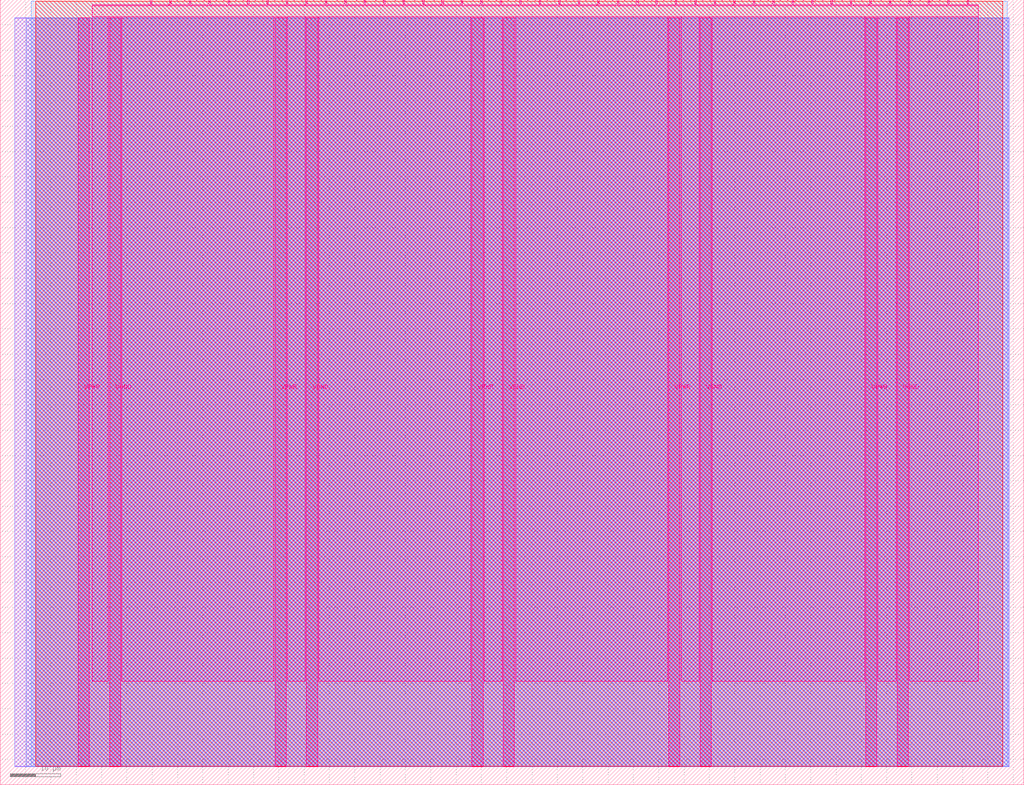
<source format=lef>
VERSION 5.7 ;
  NOWIREEXTENSIONATPIN ON ;
  DIVIDERCHAR "/" ;
  BUSBITCHARS "[]" ;
MACRO tt_um_patater_demokit
  CLASS BLOCK ;
  FOREIGN tt_um_patater_demokit ;
  ORIGIN 0.000 0.000 ;
  SIZE 202.080 BY 154.980 ;
  PIN VGND
    DIRECTION INOUT ;
    USE GROUND ;
    PORT
      LAYER Metal5 ;
        RECT 21.580 3.560 23.780 151.420 ;
    END
    PORT
      LAYER Metal5 ;
        RECT 60.450 3.560 62.650 151.420 ;
    END
    PORT
      LAYER Metal5 ;
        RECT 99.320 3.560 101.520 151.420 ;
    END
    PORT
      LAYER Metal5 ;
        RECT 138.190 3.560 140.390 151.420 ;
    END
    PORT
      LAYER Metal5 ;
        RECT 177.060 3.560 179.260 151.420 ;
    END
  END VGND
  PIN VPWR
    DIRECTION INOUT ;
    USE POWER ;
    PORT
      LAYER Metal5 ;
        RECT 15.380 3.560 17.580 151.420 ;
    END
    PORT
      LAYER Metal5 ;
        RECT 54.250 3.560 56.450 151.420 ;
    END
    PORT
      LAYER Metal5 ;
        RECT 93.120 3.560 95.320 151.420 ;
    END
    PORT
      LAYER Metal5 ;
        RECT 131.990 3.560 134.190 151.420 ;
    END
    PORT
      LAYER Metal5 ;
        RECT 170.860 3.560 173.060 151.420 ;
    END
  END VPWR
  PIN clk
    DIRECTION INPUT ;
    USE SIGNAL ;
    ANTENNAGATEAREA 0.213200 ;
    PORT
      LAYER Metal5 ;
        RECT 187.050 153.980 187.350 154.980 ;
    END
  END clk
  PIN ena
    DIRECTION INPUT ;
    USE SIGNAL ;
    PORT
      LAYER Metal5 ;
        RECT 190.890 153.980 191.190 154.980 ;
    END
  END ena
  PIN rst_n
    DIRECTION INPUT ;
    USE SIGNAL ;
    ANTENNAGATEAREA 0.527800 ;
    PORT
      LAYER Metal5 ;
        RECT 183.210 153.980 183.510 154.980 ;
    END
  END rst_n
  PIN ui_in[0]
    DIRECTION INPUT ;
    USE SIGNAL ;
    ANTENNAGATEAREA 0.213200 ;
    PORT
      LAYER Metal5 ;
        RECT 179.370 153.980 179.670 154.980 ;
    END
  END ui_in[0]
  PIN ui_in[1]
    DIRECTION INPUT ;
    USE SIGNAL ;
    ANTENNAGATEAREA 0.527800 ;
    PORT
      LAYER Metal5 ;
        RECT 175.530 153.980 175.830 154.980 ;
    END
  END ui_in[1]
  PIN ui_in[2]
    DIRECTION INPUT ;
    USE SIGNAL ;
    ANTENNAGATEAREA 0.213200 ;
    PORT
      LAYER Metal5 ;
        RECT 171.690 153.980 171.990 154.980 ;
    END
  END ui_in[2]
  PIN ui_in[3]
    DIRECTION INPUT ;
    USE SIGNAL ;
    ANTENNAGATEAREA 0.213200 ;
    PORT
      LAYER Metal5 ;
        RECT 167.850 153.980 168.150 154.980 ;
    END
  END ui_in[3]
  PIN ui_in[4]
    DIRECTION INPUT ;
    USE SIGNAL ;
    ANTENNAGATEAREA 0.393900 ;
    PORT
      LAYER Metal5 ;
        RECT 164.010 153.980 164.310 154.980 ;
    END
  END ui_in[4]
  PIN ui_in[5]
    DIRECTION INPUT ;
    USE SIGNAL ;
    ANTENNAGATEAREA 0.213200 ;
    PORT
      LAYER Metal5 ;
        RECT 160.170 153.980 160.470 154.980 ;
    END
  END ui_in[5]
  PIN ui_in[6]
    DIRECTION INPUT ;
    USE SIGNAL ;
    ANTENNAGATEAREA 0.213200 ;
    PORT
      LAYER Metal5 ;
        RECT 156.330 153.980 156.630 154.980 ;
    END
  END ui_in[6]
  PIN ui_in[7]
    DIRECTION INPUT ;
    USE SIGNAL ;
    ANTENNAGATEAREA 0.213200 ;
    PORT
      LAYER Metal5 ;
        RECT 152.490 153.980 152.790 154.980 ;
    END
  END ui_in[7]
  PIN uio_in[0]
    DIRECTION INPUT ;
    USE SIGNAL ;
    PORT
      LAYER Metal5 ;
        RECT 148.650 153.980 148.950 154.980 ;
    END
  END uio_in[0]
  PIN uio_in[1]
    DIRECTION INPUT ;
    USE SIGNAL ;
    PORT
      LAYER Metal5 ;
        RECT 144.810 153.980 145.110 154.980 ;
    END
  END uio_in[1]
  PIN uio_in[2]
    DIRECTION INPUT ;
    USE SIGNAL ;
    PORT
      LAYER Metal5 ;
        RECT 140.970 153.980 141.270 154.980 ;
    END
  END uio_in[2]
  PIN uio_in[3]
    DIRECTION INPUT ;
    USE SIGNAL ;
    PORT
      LAYER Metal5 ;
        RECT 137.130 153.980 137.430 154.980 ;
    END
  END uio_in[3]
  PIN uio_in[4]
    DIRECTION INPUT ;
    USE SIGNAL ;
    PORT
      LAYER Metal5 ;
        RECT 133.290 153.980 133.590 154.980 ;
    END
  END uio_in[4]
  PIN uio_in[5]
    DIRECTION INPUT ;
    USE SIGNAL ;
    PORT
      LAYER Metal5 ;
        RECT 129.450 153.980 129.750 154.980 ;
    END
  END uio_in[5]
  PIN uio_in[6]
    DIRECTION INPUT ;
    USE SIGNAL ;
    PORT
      LAYER Metal5 ;
        RECT 125.610 153.980 125.910 154.980 ;
    END
  END uio_in[6]
  PIN uio_in[7]
    DIRECTION INPUT ;
    USE SIGNAL ;
    PORT
      LAYER Metal5 ;
        RECT 121.770 153.980 122.070 154.980 ;
    END
  END uio_in[7]
  PIN uio_oe[0]
    DIRECTION OUTPUT ;
    USE SIGNAL ;
    ANTENNADIFFAREA 0.299200 ;
    PORT
      LAYER Metal5 ;
        RECT 56.490 153.980 56.790 154.980 ;
    END
  END uio_oe[0]
  PIN uio_oe[1]
    DIRECTION OUTPUT ;
    USE SIGNAL ;
    ANTENNADIFFAREA 0.299200 ;
    PORT
      LAYER Metal5 ;
        RECT 52.650 153.980 52.950 154.980 ;
    END
  END uio_oe[1]
  PIN uio_oe[2]
    DIRECTION OUTPUT ;
    USE SIGNAL ;
    ANTENNADIFFAREA 0.299200 ;
    PORT
      LAYER Metal5 ;
        RECT 48.810 153.980 49.110 154.980 ;
    END
  END uio_oe[2]
  PIN uio_oe[3]
    DIRECTION OUTPUT ;
    USE SIGNAL ;
    ANTENNADIFFAREA 0.299200 ;
    PORT
      LAYER Metal5 ;
        RECT 44.970 153.980 45.270 154.980 ;
    END
  END uio_oe[3]
  PIN uio_oe[4]
    DIRECTION OUTPUT ;
    USE SIGNAL ;
    ANTENNADIFFAREA 0.299200 ;
    PORT
      LAYER Metal5 ;
        RECT 41.130 153.980 41.430 154.980 ;
    END
  END uio_oe[4]
  PIN uio_oe[5]
    DIRECTION OUTPUT ;
    USE SIGNAL ;
    ANTENNADIFFAREA 0.299200 ;
    PORT
      LAYER Metal5 ;
        RECT 37.290 153.980 37.590 154.980 ;
    END
  END uio_oe[5]
  PIN uio_oe[6]
    DIRECTION OUTPUT ;
    USE SIGNAL ;
    ANTENNADIFFAREA 0.299200 ;
    PORT
      LAYER Metal5 ;
        RECT 33.450 153.980 33.750 154.980 ;
    END
  END uio_oe[6]
  PIN uio_oe[7]
    DIRECTION OUTPUT ;
    USE SIGNAL ;
    ANTENNADIFFAREA 0.299200 ;
    PORT
      LAYER Metal5 ;
        RECT 29.610 153.980 29.910 154.980 ;
    END
  END uio_oe[7]
  PIN uio_out[0]
    DIRECTION OUTPUT ;
    USE SIGNAL ;
    ANTENNADIFFAREA 0.299200 ;
    PORT
      LAYER Metal5 ;
        RECT 87.210 153.980 87.510 154.980 ;
    END
  END uio_out[0]
  PIN uio_out[1]
    DIRECTION OUTPUT ;
    USE SIGNAL ;
    ANTENNADIFFAREA 0.299200 ;
    PORT
      LAYER Metal5 ;
        RECT 83.370 153.980 83.670 154.980 ;
    END
  END uio_out[1]
  PIN uio_out[2]
    DIRECTION OUTPUT ;
    USE SIGNAL ;
    ANTENNADIFFAREA 0.299200 ;
    PORT
      LAYER Metal5 ;
        RECT 79.530 153.980 79.830 154.980 ;
    END
  END uio_out[2]
  PIN uio_out[3]
    DIRECTION OUTPUT ;
    USE SIGNAL ;
    ANTENNADIFFAREA 0.299200 ;
    PORT
      LAYER Metal5 ;
        RECT 75.690 153.980 75.990 154.980 ;
    END
  END uio_out[3]
  PIN uio_out[4]
    DIRECTION OUTPUT ;
    USE SIGNAL ;
    ANTENNADIFFAREA 0.299200 ;
    PORT
      LAYER Metal5 ;
        RECT 71.850 153.980 72.150 154.980 ;
    END
  END uio_out[4]
  PIN uio_out[5]
    DIRECTION OUTPUT ;
    USE SIGNAL ;
    ANTENNADIFFAREA 0.299200 ;
    PORT
      LAYER Metal5 ;
        RECT 68.010 153.980 68.310 154.980 ;
    END
  END uio_out[5]
  PIN uio_out[6]
    DIRECTION OUTPUT ;
    USE SIGNAL ;
    ANTENNADIFFAREA 0.299200 ;
    PORT
      LAYER Metal5 ;
        RECT 64.170 153.980 64.470 154.980 ;
    END
  END uio_out[6]
  PIN uio_out[7]
    DIRECTION OUTPUT ;
    USE SIGNAL ;
    ANTENNADIFFAREA 0.299200 ;
    PORT
      LAYER Metal5 ;
        RECT 60.330 153.980 60.630 154.980 ;
    END
  END uio_out[7]
  PIN uo_out[0]
    DIRECTION OUTPUT ;
    USE SIGNAL ;
    ANTENNADIFFAREA 0.632400 ;
    PORT
      LAYER Metal5 ;
        RECT 117.930 153.980 118.230 154.980 ;
    END
  END uo_out[0]
  PIN uo_out[1]
    DIRECTION OUTPUT ;
    USE SIGNAL ;
    ANTENNADIFFAREA 0.632400 ;
    PORT
      LAYER Metal5 ;
        RECT 114.090 153.980 114.390 154.980 ;
    END
  END uo_out[1]
  PIN uo_out[2]
    DIRECTION OUTPUT ;
    USE SIGNAL ;
    ANTENNADIFFAREA 0.632400 ;
    PORT
      LAYER Metal5 ;
        RECT 110.250 153.980 110.550 154.980 ;
    END
  END uo_out[2]
  PIN uo_out[3]
    DIRECTION OUTPUT ;
    USE SIGNAL ;
    ANTENNADIFFAREA 0.654800 ;
    PORT
      LAYER Metal5 ;
        RECT 106.410 153.980 106.710 154.980 ;
    END
  END uo_out[3]
  PIN uo_out[4]
    DIRECTION OUTPUT ;
    USE SIGNAL ;
    ANTENNADIFFAREA 0.632400 ;
    PORT
      LAYER Metal5 ;
        RECT 102.570 153.980 102.870 154.980 ;
    END
  END uo_out[4]
  PIN uo_out[5]
    DIRECTION OUTPUT ;
    USE SIGNAL ;
    ANTENNADIFFAREA 0.632400 ;
    PORT
      LAYER Metal5 ;
        RECT 98.730 153.980 99.030 154.980 ;
    END
  END uo_out[5]
  PIN uo_out[6]
    DIRECTION OUTPUT ;
    USE SIGNAL ;
    ANTENNADIFFAREA 0.632400 ;
    PORT
      LAYER Metal5 ;
        RECT 94.890 153.980 95.190 154.980 ;
    END
  END uo_out[6]
  PIN uo_out[7]
    DIRECTION OUTPUT ;
    USE SIGNAL ;
    ANTENNADIFFAREA 0.654800 ;
    PORT
      LAYER Metal5 ;
        RECT 91.050 153.980 91.350 154.980 ;
    END
  END uo_out[7]
  OBS
      LAYER GatPoly ;
        RECT 2.880 3.630 199.200 151.350 ;
      LAYER Metal1 ;
        RECT 2.880 3.560 199.200 151.420 ;
      LAYER Metal2 ;
        RECT 5.135 3.680 198.995 151.300 ;
      LAYER Metal3 ;
        RECT 6.140 3.635 198.820 154.705 ;
      LAYER Metal4 ;
        RECT 7.055 3.680 197.905 154.660 ;
      LAYER Metal5 ;
        RECT 18.140 153.770 29.400 153.980 ;
        RECT 30.120 153.770 33.240 153.980 ;
        RECT 33.960 153.770 37.080 153.980 ;
        RECT 37.800 153.770 40.920 153.980 ;
        RECT 41.640 153.770 44.760 153.980 ;
        RECT 45.480 153.770 48.600 153.980 ;
        RECT 49.320 153.770 52.440 153.980 ;
        RECT 53.160 153.770 56.280 153.980 ;
        RECT 57.000 153.770 60.120 153.980 ;
        RECT 60.840 153.770 63.960 153.980 ;
        RECT 64.680 153.770 67.800 153.980 ;
        RECT 68.520 153.770 71.640 153.980 ;
        RECT 72.360 153.770 75.480 153.980 ;
        RECT 76.200 153.770 79.320 153.980 ;
        RECT 80.040 153.770 83.160 153.980 ;
        RECT 83.880 153.770 87.000 153.980 ;
        RECT 87.720 153.770 90.840 153.980 ;
        RECT 91.560 153.770 94.680 153.980 ;
        RECT 95.400 153.770 98.520 153.980 ;
        RECT 99.240 153.770 102.360 153.980 ;
        RECT 103.080 153.770 106.200 153.980 ;
        RECT 106.920 153.770 110.040 153.980 ;
        RECT 110.760 153.770 113.880 153.980 ;
        RECT 114.600 153.770 117.720 153.980 ;
        RECT 118.440 153.770 121.560 153.980 ;
        RECT 122.280 153.770 125.400 153.980 ;
        RECT 126.120 153.770 129.240 153.980 ;
        RECT 129.960 153.770 133.080 153.980 ;
        RECT 133.800 153.770 136.920 153.980 ;
        RECT 137.640 153.770 140.760 153.980 ;
        RECT 141.480 153.770 144.600 153.980 ;
        RECT 145.320 153.770 148.440 153.980 ;
        RECT 149.160 153.770 152.280 153.980 ;
        RECT 153.000 153.770 156.120 153.980 ;
        RECT 156.840 153.770 159.960 153.980 ;
        RECT 160.680 153.770 163.800 153.980 ;
        RECT 164.520 153.770 167.640 153.980 ;
        RECT 168.360 153.770 171.480 153.980 ;
        RECT 172.200 153.770 175.320 153.980 ;
        RECT 176.040 153.770 179.160 153.980 ;
        RECT 179.880 153.770 183.000 153.980 ;
        RECT 183.720 153.770 186.840 153.980 ;
        RECT 187.560 153.770 190.680 153.980 ;
        RECT 191.400 153.770 193.060 153.980 ;
        RECT 18.140 151.630 193.060 153.770 ;
        RECT 18.140 20.435 21.370 151.630 ;
        RECT 23.990 20.435 54.040 151.630 ;
        RECT 56.660 20.435 60.240 151.630 ;
        RECT 62.860 20.435 92.910 151.630 ;
        RECT 95.530 20.435 99.110 151.630 ;
        RECT 101.730 20.435 131.780 151.630 ;
        RECT 134.400 20.435 137.980 151.630 ;
        RECT 140.600 20.435 170.650 151.630 ;
        RECT 173.270 20.435 176.850 151.630 ;
        RECT 179.470 20.435 193.060 151.630 ;
  END
END tt_um_patater_demokit
END LIBRARY


</source>
